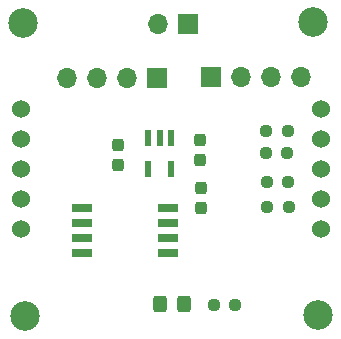
<source format=gbr>
G04 #@! TF.GenerationSoftware,KiCad,Pcbnew,8.0.1*
G04 #@! TF.CreationDate,2025-03-18T21:29:45-06:00*
G04 #@! TF.ProjectId,ColorSensing_Rev3,436f6c6f-7253-4656-9e73-696e675f5265,rev?*
G04 #@! TF.SameCoordinates,Original*
G04 #@! TF.FileFunction,Soldermask,Top*
G04 #@! TF.FilePolarity,Negative*
%FSLAX46Y46*%
G04 Gerber Fmt 4.6, Leading zero omitted, Abs format (unit mm)*
G04 Created by KiCad (PCBNEW 8.0.1) date 2025-03-18 21:29:45*
%MOMM*%
%LPD*%
G01*
G04 APERTURE LIST*
G04 Aperture macros list*
%AMRoundRect*
0 Rectangle with rounded corners*
0 $1 Rounding radius*
0 $2 $3 $4 $5 $6 $7 $8 $9 X,Y pos of 4 corners*
0 Add a 4 corners polygon primitive as box body*
4,1,4,$2,$3,$4,$5,$6,$7,$8,$9,$2,$3,0*
0 Add four circle primitives for the rounded corners*
1,1,$1+$1,$2,$3*
1,1,$1+$1,$4,$5*
1,1,$1+$1,$6,$7*
1,1,$1+$1,$8,$9*
0 Add four rect primitives between the rounded corners*
20,1,$1+$1,$2,$3,$4,$5,0*
20,1,$1+$1,$4,$5,$6,$7,0*
20,1,$1+$1,$6,$7,$8,$9,0*
20,1,$1+$1,$8,$9,$2,$3,0*%
G04 Aperture macros list end*
%ADD10RoundRect,0.237500X0.250000X0.237500X-0.250000X0.237500X-0.250000X-0.237500X0.250000X-0.237500X0*%
%ADD11C,2.500000*%
%ADD12RoundRect,0.237500X0.237500X-0.300000X0.237500X0.300000X-0.237500X0.300000X-0.237500X-0.300000X0*%
%ADD13C,1.524000*%
%ADD14R,0.508000X1.320800*%
%ADD15R,1.700000X1.700000*%
%ADD16O,1.700000X1.700000*%
%ADD17RoundRect,0.250000X-0.325000X-0.450000X0.325000X-0.450000X0.325000X0.450000X-0.325000X0.450000X0*%
%ADD18R,1.700000X0.650000*%
G04 APERTURE END LIST*
D10*
X136675000Y-80580000D03*
X134850000Y-80580000D03*
D11*
X139320000Y-94360000D03*
D12*
X129350000Y-85300000D03*
X129350000Y-83575000D03*
D10*
X136790000Y-85210000D03*
X134965000Y-85210000D03*
X132290000Y-93450000D03*
X130465000Y-93450000D03*
D13*
X114115850Y-76865000D03*
X114115850Y-79405000D03*
X114115850Y-81945000D03*
X114115850Y-84485000D03*
X114115850Y-87025000D03*
X139515850Y-87025000D03*
X139515850Y-84485000D03*
X139515850Y-81945000D03*
X139515850Y-79405000D03*
X139515850Y-76865000D03*
D14*
X126815850Y-79354200D03*
X125865849Y-79354200D03*
X124915848Y-79354200D03*
X124915848Y-81945000D03*
X126815850Y-81945000D03*
D15*
X125670000Y-74240000D03*
D16*
X123130000Y-74240000D03*
X120590000Y-74240000D03*
X118050000Y-74240000D03*
D12*
X122380000Y-81620000D03*
X122380000Y-79895000D03*
X129310000Y-81235000D03*
X129310000Y-79510000D03*
D10*
X136705000Y-78750000D03*
X134880000Y-78750000D03*
D15*
X130260000Y-74210000D03*
D16*
X132800000Y-74210000D03*
X135340000Y-74210000D03*
X137880000Y-74210000D03*
D11*
X114300000Y-69600000D03*
D17*
X125900000Y-93430000D03*
X127950000Y-93430000D03*
D11*
X114480000Y-94420000D03*
D10*
X136770000Y-83040000D03*
X134945000Y-83040000D03*
D11*
X138850000Y-69550000D03*
D18*
X119310000Y-85280000D03*
X119310000Y-86550000D03*
X119310000Y-87820000D03*
X119310000Y-89090000D03*
X126610000Y-89090000D03*
X126610000Y-87820000D03*
X126610000Y-86550000D03*
X126610000Y-85280000D03*
D15*
X128300000Y-69720000D03*
D16*
X125760000Y-69720000D03*
M02*

</source>
